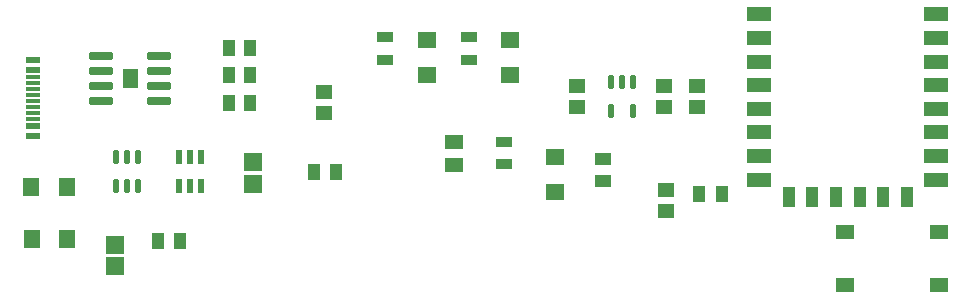
<source format=gtp>
G04*
G04 #@! TF.GenerationSoftware,Altium Limited,Altium Designer,25.2.1 (25)*
G04*
G04 Layer_Color=8421504*
%FSLAX44Y44*%
%MOMM*%
G71*
G04*
G04 #@! TF.SameCoordinates,151459D2-9B86-48AD-89DC-2ABF3E981002*
G04*
G04*
G04 #@! TF.FilePolarity,Positive*
G04*
G01*
G75*
%ADD18R,1.1000X1.7000*%
%ADD19R,2.0000X1.2000*%
%ADD20R,1.1500X0.6000*%
%ADD21R,1.1500X0.3000*%
%ADD22R,1.4500X1.1500*%
%ADD23R,1.0100X1.3800*%
%ADD24R,1.3800X1.0100*%
%ADD25R,1.0000X1.3500*%
%ADD26R,0.5900X1.2100*%
%ADD27R,1.5500X1.3000*%
%ADD28R,1.3800X0.9200*%
%ADD29R,1.6000X1.4000*%
%ADD30R,1.5098X1.3061*%
G04:AMPARAMS|DCode=31|XSize=1.21mm|YSize=0.59mm|CornerRadius=0.1475mm|HoleSize=0mm|Usage=FLASHONLY|Rotation=270.000|XOffset=0mm|YOffset=0mm|HoleType=Round|Shape=RoundedRectangle|*
%AMROUNDEDRECTD31*
21,1,1.2100,0.2950,0,0,270.0*
21,1,0.9150,0.5900,0,0,270.0*
1,1,0.2950,-0.1475,-0.4575*
1,1,0.2950,-0.1475,0.4575*
1,1,0.2950,0.1475,0.4575*
1,1,0.2950,0.1475,-0.4575*
%
%ADD31ROUNDEDRECTD31*%
%ADD32R,1.5562X1.5046*%
G04:AMPARAMS|DCode=33|XSize=1.97mm|YSize=0.6mm|CornerRadius=0.075mm|HoleSize=0mm|Usage=FLASHONLY|Rotation=0.000|XOffset=0mm|YOffset=0mm|HoleType=Round|Shape=RoundedRectangle|*
%AMROUNDEDRECTD33*
21,1,1.9700,0.4500,0,0,0.0*
21,1,1.8200,0.6000,0,0,0.0*
1,1,0.1500,0.9100,-0.2250*
1,1,0.1500,-0.9100,-0.2250*
1,1,0.1500,-0.9100,0.2250*
1,1,0.1500,0.9100,0.2250*
%
%ADD33ROUNDEDRECTD33*%
%ADD34R,1.4000X1.6000*%
G36*
X153770Y187380D02*
X140870D01*
Y203780D01*
X153770D01*
Y187380D01*
D02*
G37*
D18*
X805000Y95000D02*
D03*
X785000D02*
D03*
X765000D02*
D03*
X745000D02*
D03*
X725000D02*
D03*
X705000D02*
D03*
D19*
X830000Y250000D02*
D03*
Y230000D02*
D03*
Y210000D02*
D03*
Y190000D02*
D03*
Y170000D02*
D03*
Y150000D02*
D03*
Y130000D02*
D03*
Y110000D02*
D03*
X680000D02*
D03*
Y130000D02*
D03*
Y150000D02*
D03*
Y170000D02*
D03*
Y190000D02*
D03*
Y210000D02*
D03*
Y230000D02*
D03*
Y250000D02*
D03*
D20*
X64730Y147070D02*
D03*
Y211070D02*
D03*
Y203070D02*
D03*
Y155070D02*
D03*
D21*
Y161570D02*
D03*
Y166570D02*
D03*
Y171570D02*
D03*
Y176570D02*
D03*
Y181570D02*
D03*
Y186570D02*
D03*
Y191570D02*
D03*
Y196570D02*
D03*
D22*
X600710Y101600D02*
D03*
Y83600D02*
D03*
X627380Y171340D02*
D03*
Y189340D02*
D03*
X599440Y171340D02*
D03*
Y189340D02*
D03*
X525780Y171340D02*
D03*
Y189340D02*
D03*
X311150Y184260D02*
D03*
Y166260D02*
D03*
D23*
X629310Y97790D02*
D03*
X648310D02*
D03*
D24*
X547370Y127610D02*
D03*
Y108610D02*
D03*
D25*
X171340Y58420D02*
D03*
X189340D02*
D03*
X303420Y116840D02*
D03*
X321420D02*
D03*
X231030Y198374D02*
D03*
X249030D02*
D03*
X248920Y221742D02*
D03*
X230920D02*
D03*
X249000Y175000D02*
D03*
X231000D02*
D03*
D26*
X207620Y129390D02*
D03*
X198120D02*
D03*
X188620D02*
D03*
Y104290D02*
D03*
X207620D02*
D03*
X198120D02*
D03*
D27*
X832230Y20680D02*
D03*
X752730D02*
D03*
X832230Y65680D02*
D03*
X752730D02*
D03*
D28*
X434340Y230530D02*
D03*
Y211430D02*
D03*
X463550Y123190D02*
D03*
Y142290D02*
D03*
X363220Y230530D02*
D03*
Y211430D02*
D03*
D29*
X468630Y198360D02*
D03*
Y228360D02*
D03*
X398780Y198360D02*
D03*
Y228360D02*
D03*
X506730Y129300D02*
D03*
Y99300D02*
D03*
D30*
X421640Y141841D02*
D03*
Y122319D02*
D03*
D31*
X573380Y192890D02*
D03*
X563880D02*
D03*
X554380D02*
D03*
Y167790D02*
D03*
X573380D02*
D03*
X135280Y104290D02*
D03*
X144780D02*
D03*
X154280D02*
D03*
X135280Y129390D02*
D03*
X144780D02*
D03*
X154280D02*
D03*
D32*
X134620Y36712D02*
D03*
Y54728D02*
D03*
X251460Y106680D02*
D03*
Y124696D02*
D03*
D33*
X122570Y214630D02*
D03*
Y201930D02*
D03*
Y189230D02*
D03*
Y176530D02*
D03*
X172070D02*
D03*
Y189230D02*
D03*
Y201930D02*
D03*
Y214630D02*
D03*
D34*
X63740Y104140D02*
D03*
X93740D02*
D03*
X63980Y59690D02*
D03*
X93980D02*
D03*
M02*

</source>
